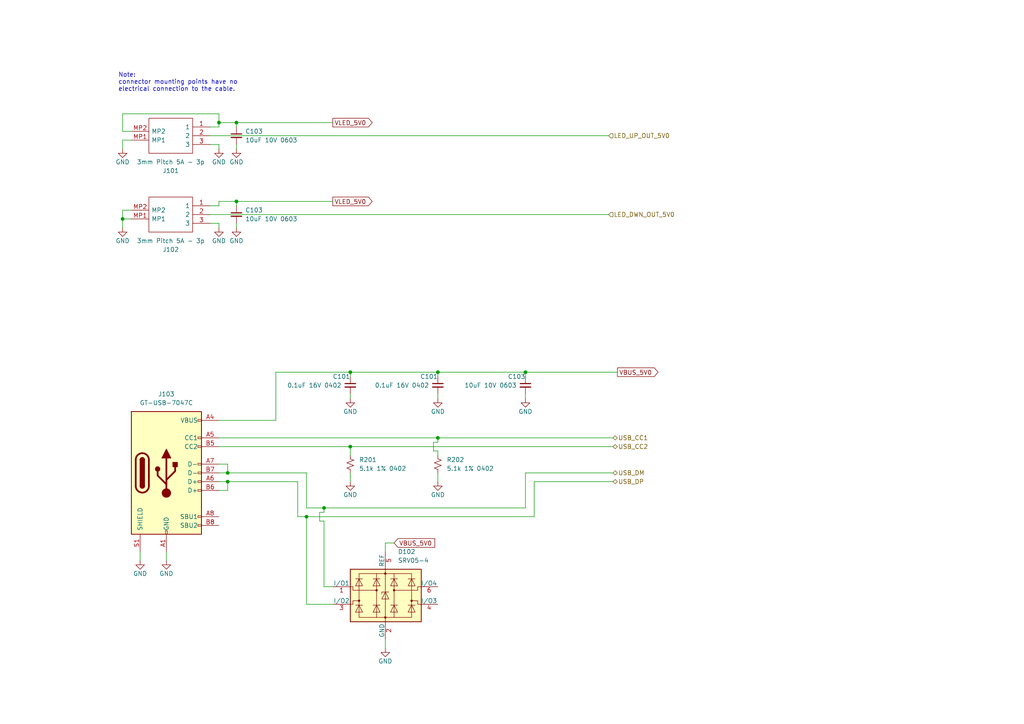
<source format=kicad_sch>
(kicad_sch (version 20230121) (generator eeschema)
  (paper "A4")
  (lib_symbols
    (symbol "Device:C_Small" (pin_numbers hide) (pin_names (offset 0.254) hide)
      (property "Reference" "C" (at 0.254 1.778 0))
      (property "Value" "C_Small" (at 0.254 -2.032 0))
      (symbol "C_Small_0_1"
        (polyline (pts (xy -1.524 -0.508) (xy 1.524 -0.508)) (stroke (width 0.3302)))
        (polyline (pts (xy -1.524 0.508) (xy 1.524 0.508)) (stroke (width 0.3048)))
      )
      (symbol "C_Small_1_1"
        (pin passive line (at 0 2.54 270) (length 2.032) (name "~") (number "1"))
        (pin passive line (at 0 -2.54 90) (length 2.032) (name "~") (number "2"))
      )
    )
    (symbol "Device:R_Small_US" (pin_numbers hide) (pin_names (offset 0.254) hide)
      (property "Reference" "R" (at 0.762 0.508 0))
      (property "Value" "R_Small_US" (at 0.762 -1.016 0))
      (symbol "R_Small_US_1_1"
        (polyline (pts (xy 0 0) (xy 1.016 -0.381) (xy 0 -0.762) (xy -1.016 -1.143) (xy 0 -1.524)))
        (polyline (pts (xy 0 1.524) (xy 1.016 1.143) (xy 0 0.762) (xy -1.016 0.381) (xy 0 0)))
        (pin passive line (at 0 2.54 270) (length 1.016) (name "~") (number "1"))
        (pin passive line (at 0 -2.54 90) (length 1.016) (name "~") (number "2"))
      )
    )
    (symbol "RK_Connector_Terminals:3mm Pitch 5A - 3p" (pin_names (offset 0.762))
      (property "Reference" "J" (at 19.05 7.62 0))
      (property "Value" "3mm Pitch 5A - 3p" (at 19.05 5.08 0))
      (symbol "3mm Pitch 5A - 3p_0_0"
        (pin passive line (at 22.86 -5.08 180) (length 5.08) (name "1") (number "1"))
        (pin passive line (at 22.86 -2.54 180) (length 5.08) (name "2") (number "2"))
        (pin passive line (at 22.86 0 180) (length 5.08) (name "3") (number "3"))
        (pin passive line (at 0 -1.27 0) (length 5.08) (name "MP1") (number "MP1"))
        (pin passive line (at 0 -3.81 0) (length 5.08) (name "MP2") (number "MP2"))
      )
      (symbol "3mm Pitch 5A - 3p_0_1"
        (polyline (pts (xy 5.08 2.54) (xy 17.78 2.54) (xy 17.78 -7.62) (xy 5.08 -7.62) (xy 5.08 2.54)) (stroke (width 0.1524)))
      )
    )
    (symbol "RK_Connector_USB:GT-USB-7047C" (pin_names (offset 1.016))
      (property "Reference" "J" (at -10.16 19.05 0))
      (property "Value" "GT-USB-7047C" (at 19.05 19.05 0))
      (symbol "GT-USB-7047C_0_0"
        (rectangle (start -0.254 -17.78) (end 0.254 -16.764))
        (rectangle (start 10.16 -14.986) (end 9.144 -15.494))
        (rectangle (start 10.16 -12.446) (end 9.144 -12.954))
        (rectangle (start 10.16 -4.826) (end 9.144 -5.334))
        (rectangle (start 10.16 -2.286) (end 9.144 -2.794))
        (rectangle (start 10.16 0.254) (end 9.144 -0.254))
        (rectangle (start 10.16 2.794) (end 9.144 2.286))
        (rectangle (start 10.16 7.874) (end 9.144 7.366))
        (rectangle (start 10.16 10.414) (end 9.144 9.906))
        (rectangle (start 10.16 15.494) (end 9.144 14.986))
      )
      (symbol "GT-USB-7047C_0_1"
        (rectangle (start -10.16 17.78) (end 10.16 -17.78) (stroke (width 0.254)) (fill (type background)))
        (arc (start -8.89 -3.81) (mid -6.985 -5.7067) (end -5.08 -3.81) (stroke (width 0.508)))
        (arc (start -7.62 -3.81) (mid -6.985 -4.4423) (end -6.35 -3.81) (stroke (width 0.254)))
        (arc (start -7.62 -3.81) (mid -6.985 -4.4423) (end -6.35 -3.81) (stroke (width 0.254)) (fill (type outline)))
        (rectangle (start -7.62 -3.81) (end -6.35 3.81) (stroke (width 0.254)) (fill (type outline)))
        (arc (start -6.35 3.81) (mid -6.985 4.4423) (end -7.62 3.81) (stroke (width 0.254)))
        (arc (start -6.35 3.81) (mid -6.985 4.4423) (end -7.62 3.81) (stroke (width 0.254)) (fill (type outline)))
        (arc (start -5.08 3.81) (mid -6.985 5.7067) (end -8.89 3.81) (stroke (width 0.508)))
        (circle (center -2.54 1.143) (radius 0.635) (stroke (width 0.254)) (fill (type outline)))
        (circle (center 0 -5.842) (radius 1.27) (fill (type outline)))
        (polyline (pts (xy -8.89 -3.81) (xy -8.89 3.81)) (stroke (width 0.508)))
        (polyline (pts (xy -5.08 3.81) (xy -5.08 -3.81)) (stroke (width 0.508)))
        (polyline (pts (xy 0 -5.842) (xy 0 4.318)) (stroke (width 0.508)))
        (polyline (pts (xy 0 -3.302) (xy -2.54 -0.762) (xy -2.54 0.508)) (stroke (width 0.508)))
        (polyline (pts (xy 0 -2.032) (xy 2.54 0.508) (xy 2.54 1.778)) (stroke (width 0.508)))
        (polyline (pts (xy -1.27 4.318) (xy 0 6.858) (xy 1.27 4.318) (xy -1.27 4.318)) (stroke (width 0.254)) (fill (type outline)))
        (rectangle (start 1.905 1.778) (end 3.175 3.048) (stroke (width 0.254)) (fill (type outline)))
      )
      (symbol "GT-USB-7047C_1_1"
        (pin passive line (at 0 -22.86 90) (length 5.08) (name "GND") (number "A1"))
        (pin passive line (at 0 -22.86 90) (length 5.08) hide (name "GND") (number "A12"))
        (pin passive line (at 15.24 15.24 180) (length 5.08) (name "VBUS") (number "A4"))
        (pin bidirectional line (at 15.24 10.16 180) (length 5.08) (name "CC1") (number "A5"))
        (pin bidirectional line (at 15.24 -2.54 180) (length 5.08) (name "D+") (number "A6"))
        (pin bidirectional line (at 15.24 2.54 180) (length 5.08) (name "D-") (number "A7"))
        (pin bidirectional line (at 15.24 -12.7 180) (length 5.08) (name "SBU1") (number "A8"))
        (pin passive line (at 15.24 15.24 180) (length 5.08) hide (name "VBUS") (number "A9"))
        (pin passive line (at 0 -22.86 90) (length 5.08) hide (name "GND") (number "B1"))
        (pin passive line (at 0 -22.86 90) (length 5.08) hide (name "GND") (number "B12"))
        (pin passive line (at 15.24 15.24 180) (length 5.08) hide (name "VBUS") (number "B4"))
        (pin bidirectional line (at 15.24 7.62 180) (length 5.08) (name "CC2") (number "B5"))
        (pin bidirectional line (at 15.24 -5.08 180) (length 5.08) (name "D+") (number "B6"))
        (pin bidirectional line (at 15.24 0 180) (length 5.08) (name "D-") (number "B7"))
        (pin bidirectional line (at 15.24 -15.24 180) (length 5.08) (name "SBU2") (number "B8"))
        (pin passive line (at 15.24 15.24 180) (length 5.08) hide (name "VBUS") (number "B9"))
        (pin passive line (at -7.62 -22.86 90) (length 5.08) (name "SHIELD") (number "S1"))
      )
    )
    (symbol "RK_Power_Protection:SRV05-4" (pin_names (offset 0))
      (property "Reference" "D" (at 2.794 8.636 0))
      (property "Value" "SRV05-4" (at 8.128 -9.398 0))
      (symbol "SRV05-4_0_1"
        (rectangle (start -10.16 7.62) (end 10.414 -7.62) (stroke (width 0.254)) (fill (type background)))
        (circle (center -7.62 -1.524) (radius 0.254) (fill (type outline)))
        (circle (center -2.54 1.524) (radius 0.254) (fill (type outline)))
        (rectangle (start -2.54 6.35) (end 2.54 -6.35))
        (circle (center 0 -6.35) (radius 0.254) (fill (type outline)))
        (polyline (pts (xy -9.398 -2.54) (xy -10.16 -2.54)))
        (polyline (pts (xy -9.398 -2.54) (xy -9.398 -1.524)))
        (polyline (pts (xy -9.398 1.524) (xy -9.398 2.54)))
        (polyline (pts (xy -9.398 2.54) (xy -10.16 2.54)))
        (polyline (pts (xy -7.62 -1.524) (xy -9.398 -1.524)))
        (polyline (pts (xy -6.604 -2.794) (xy -8.636 -2.794)))
        (polyline (pts (xy -6.604 4.826) (xy -8.636 4.826)))
        (polyline (pts (xy -2.54 1.524) (xy -9.398 1.524)))
        (polyline (pts (xy -1.524 -2.794) (xy -3.556 -2.794)))
        (polyline (pts (xy -1.524 4.826) (xy -3.556 4.826)))
        (polyline (pts (xy 0 -7.62) (xy 0 7.62)))
        (polyline (pts (xy 1.524 -2.794) (xy 3.556 -2.794)))
        (polyline (pts (xy 1.524 4.826) (xy 3.556 4.826)))
        (polyline (pts (xy 2.54 1.524) (xy 9.398 1.524)))
        (polyline (pts (xy 7.62 -1.524) (xy 9.398 -1.524)))
        (polyline (pts (xy 8.636 -2.794) (xy 6.604 -2.794)))
        (polyline (pts (xy 8.636 4.826) (xy 6.604 4.826)))
        (polyline (pts (xy 9.398 -2.54) (xy 9.398 -1.524)))
        (polyline (pts (xy 9.398 1.524) (xy 9.398 2.54)))
        (polyline (pts (xy 9.398 2.54) (xy 10.16 2.54)))
        (polyline (pts (xy 10.16 -2.54) (xy 9.398 -2.54)))
        (polyline (pts (xy 1.016 1.016) (xy -1.016 1.016) (xy -1.016 0.508)))
        (polyline (pts (xy -8.636 -4.826) (xy -6.604 -4.826) (xy -7.62 -2.794) (xy -8.636 -4.826)))
        (polyline (pts (xy -8.636 2.794) (xy -6.604 2.794) (xy -7.62 4.826) (xy -8.636 2.794)))
        (polyline (pts (xy -3.556 -4.826) (xy -1.524 -4.826) (xy -2.54 -2.794) (xy -3.556 -4.826)))
        (polyline (pts (xy -3.556 2.794) (xy -1.524 2.794) (xy -2.54 4.826) (xy -3.556 2.794)))
        (polyline (pts (xy -2.54 6.35) (xy -7.62 6.35) (xy -7.62 -6.35) (xy -2.54 -6.35)))
        (polyline (pts (xy -1.016 -1.016) (xy 1.016 -1.016) (xy 0 1.016) (xy -1.016 -1.016)))
        (polyline (pts (xy 2.54 6.35) (xy 7.62 6.35) (xy 7.62 -6.35) (xy 2.54 -6.35)))
        (polyline (pts (xy 3.556 -4.826) (xy 1.524 -4.826) (xy 2.54 -2.794) (xy 3.556 -4.826)))
        (polyline (pts (xy 3.556 2.794) (xy 1.524 2.794) (xy 2.54 4.826) (xy 3.556 2.794)))
        (polyline (pts (xy 6.604 -4.826) (xy 8.636 -4.826) (xy 7.62 -2.794) (xy 6.604 -4.826)))
        (polyline (pts (xy 6.604 2.794) (xy 8.636 2.794) (xy 7.62 4.826) (xy 6.604 2.794)))
        (circle (center 0 6.35) (radius 0.254) (fill (type outline)))
        (circle (center 2.54 1.524) (radius 0.254) (fill (type outline)))
        (circle (center 7.62 -1.524) (radius 0.254) (fill (type outline)))
      )
      (symbol "SRV05-4_1_1"
        (pin passive line (at -15.24 2.54 0) (length 5.08) (name "I/O1") (number "1"))
        (pin passive line (at 0 -12.7 90) (length 5.08) (name "GND") (number "2"))
        (pin passive line (at -15.24 -2.54 0) (length 5.08) (name "I/O2") (number "3"))
        (pin passive line (at 15.24 -2.54 180) (length 5.08) (name "I/O3") (number "4"))
        (pin passive line (at 0 12.7 270) (length 5.08) (name "REF") (number "5"))
        (pin passive line (at 15.24 2.54 180) (length 5.08) (name "I/O4") (number "6"))
      )
    )
    (symbol "power:GND" (power) (pin_names (offset 0))
      (property "Value" "GND" (at 0 -3.81 0))
      (symbol "GND_0_1"
        (polyline (pts (xy 0 0) (xy 0 -1.27) (xy 1.27 -1.27) (xy 0 -2.54) (xy -1.27 -1.27) (xy 0 -1.27)))
      )
      (symbol "GND_1_1"
        (pin power_in line (at 0 0 270) (length 0) hide (name "GND") (number "1"))
      )
    )
  )
  (junction (at 127 107.95))
  (junction (at 127 127))
  (junction (at 68.58 35.56))
  (junction (at 63.5 35.56))
  (junction (at 68.58 58.42))
  (junction (at 66.04 139.7))
  (junction (at 66.04 137.16))
  (junction (at 101.6 107.95))
  (junction (at 35.56 63.5))
  (junction (at 152.4 107.95))
  (junction (at 88.9 149.86))
  (junction (at 101.6 129.54))
  (junction (at 93.98 147.32))
  (wire (pts (xy 152.4 137.16) (xy 177.8 137.16)))
  (wire (pts (xy 111.76 185.42) (xy 111.76 187.96)))
  (wire (pts (xy 68.58 58.42) (xy 68.58 59.69)))
  (wire (pts (xy 88.9 149.86) (xy 88.9 175.26)))
  (wire (pts (xy 35.56 60.96) (xy 35.56 63.5)))
  (wire (pts (xy 63.5 64.77) (xy 63.5 66.04)))
  (wire (pts (xy 66.04 139.7) (xy 86.36 139.7)))
  (wire (pts (xy 60.96 64.77) (xy 63.5 64.77)))
  (wire (pts (xy 63.5 127) (xy 127 127)))
  (wire (pts (xy 88.9 137.16) (xy 88.9 147.32)))
  (wire (pts (xy 93.98 151.13) (xy 93.98 170.18)))
  (wire (pts (xy 66.04 134.62) (xy 63.5 134.62)))
  (wire (pts (xy 125.73 130.81) (xy 127 130.81)))
  (wire (pts (xy 88.9 175.26) (xy 96.52 175.26)))
  (wire (pts (xy 101.6 114.3) (xy 101.6 115.57)))
  (wire (pts (xy 88.9 149.86) (xy 154.94 149.86)))
  (wire (pts (xy 80.01 121.92) (xy 80.01 107.95)))
  (wire (pts (xy 80.01 107.95) (xy 101.6 107.95)))
  (wire (pts (xy 35.56 33.02) (xy 63.5 33.02)))
  (wire (pts (xy 101.6 137.16) (xy 101.6 139.7)))
  (wire (pts (xy 154.94 139.7) (xy 177.8 139.7)))
  (wire (pts (xy 127 127) (xy 177.8 127)))
  (wire (pts (xy 152.4 107.95) (xy 152.4 109.22)))
  (wire (pts (xy 92.71 148.59) (xy 92.71 151.13)))
  (wire (pts (xy 63.5 121.92) (xy 80.01 121.92)))
  (wire (pts (xy 60.96 62.23) (xy 176.53 62.23)))
  (wire (pts (xy 93.98 147.32) (xy 93.98 148.59)))
  (wire (pts (xy 63.5 59.69) (xy 63.5 58.42)))
  (wire (pts (xy 38.1 40.64) (xy 35.56 40.64)))
  (wire (pts (xy 63.5 41.91) (xy 63.5 43.18)))
  (wire (pts (xy 127 107.95) (xy 152.4 107.95)))
  (wire (pts (xy 35.56 63.5) (xy 35.56 66.04)))
  (wire (pts (xy 40.64 160.02) (xy 40.64 162.56)))
  (wire (pts (xy 60.96 39.37) (xy 176.53 39.37)))
  (wire (pts (xy 111.76 157.48) (xy 111.76 160.02)))
  (wire (pts (xy 35.56 40.64) (xy 35.56 43.18)))
  (wire (pts (xy 93.98 147.32) (xy 152.4 147.32)))
  (wire (pts (xy 35.56 63.5) (xy 38.1 63.5)))
  (wire (pts (xy 93.98 170.18) (xy 96.52 170.18)))
  (wire (pts (xy 152.4 107.95) (xy 179.07 107.95)))
  (wire (pts (xy 152.4 137.16) (xy 152.4 147.32)))
  (wire (pts (xy 125.73 128.27) (xy 125.73 130.81)))
  (wire (pts (xy 101.6 109.22) (xy 101.6 107.95)))
  (wire (pts (xy 111.76 157.48) (xy 114.3 157.48)))
  (wire (pts (xy 127 127) (xy 127 128.27)))
  (wire (pts (xy 101.6 129.54) (xy 101.6 132.08)))
  (wire (pts (xy 66.04 139.7) (xy 66.04 142.24)))
  (wire (pts (xy 63.5 137.16) (xy 66.04 137.16)))
  (wire (pts (xy 86.36 149.86) (xy 88.9 149.86)))
  (wire (pts (xy 60.96 41.91) (xy 63.5 41.91)))
  (wire (pts (xy 127 114.3) (xy 127 115.57)))
  (wire (pts (xy 35.56 60.96) (xy 38.1 60.96)))
  (wire (pts (xy 66.04 137.16) (xy 66.04 134.62)))
  (wire (pts (xy 86.36 139.7) (xy 86.36 149.86)))
  (wire (pts (xy 35.56 38.1) (xy 38.1 38.1)))
  (wire (pts (xy 125.73 128.27) (xy 127 128.27)))
  (wire (pts (xy 63.5 36.83) (xy 63.5 35.56)))
  (wire (pts (xy 63.5 129.54) (xy 101.6 129.54)))
  (wire (pts (xy 92.71 151.13) (xy 93.98 151.13)))
  (wire (pts (xy 60.96 59.69) (xy 63.5 59.69)))
  (wire (pts (xy 48.26 160.02) (xy 48.26 162.56)))
  (wire (pts (xy 68.58 64.77) (xy 68.58 66.04)))
  (wire (pts (xy 127 137.16) (xy 127 139.7)))
  (wire (pts (xy 152.4 114.3) (xy 152.4 115.57)))
  (wire (pts (xy 68.58 41.91) (xy 68.58 43.18)))
  (wire (pts (xy 35.56 33.02) (xy 35.56 38.1)))
  (wire (pts (xy 127 130.81) (xy 127 132.08)))
  (wire (pts (xy 63.5 33.02) (xy 63.5 35.56)))
  (wire (pts (xy 154.94 139.7) (xy 154.94 149.86)))
  (wire (pts (xy 60.96 36.83) (xy 63.5 36.83)))
  (wire (pts (xy 127 107.95) (xy 127 109.22)))
  (wire (pts (xy 88.9 147.32) (xy 93.98 147.32)))
  (wire (pts (xy 63.5 35.56) (xy 68.58 35.56)))
  (wire (pts (xy 66.04 137.16) (xy 88.9 137.16)))
  (wire (pts (xy 68.58 35.56) (xy 68.58 36.83)))
  (wire (pts (xy 92.71 148.59) (xy 93.98 148.59)))
  (wire (pts (xy 63.5 139.7) (xy 66.04 139.7)))
  (wire (pts (xy 63.5 58.42) (xy 68.58 58.42)))
  (wire (pts (xy 101.6 129.54) (xy 177.8 129.54)))
  (wire (pts (xy 68.58 35.56) (xy 96.52 35.56)))
  (wire (pts (xy 66.04 142.24) (xy 63.5 142.24)))
  (wire (pts (xy 101.6 107.95) (xy 127 107.95)))
  (wire (pts (xy 68.58 58.42) (xy 96.52 58.42)))
  (text "Note:\nconnector mounting points have no\nelectrical connection to the cable." (at 34.29 26.67 0) (effects (font (size 1.27 1.27)) (justify left bottom)))
  (global_label "VBUS_5V0" (shape input) (at 114.3 157.48 0) (property "Intersheetrefs" "${INTERSHEET_REFS}" (effects hide)))
  (global_label "VLED_5V0" (shape output) (at 96.52 35.56 0) (property "Intersheetrefs" "${INTERSHEET_REFS}" (effects hide)))
  (global_label "VBUS_5V0" (shape output) (at 179.07 107.95 0) (property "Intersheetrefs" "${INTERSHEET_REFS}" (effects hide)))
  (global_label "VLED_5V0" (shape output) (at 96.52 58.42 0) (property "Intersheetrefs" "${INTERSHEET_REFS}" (effects hide)))
  (hierarchical_label "USB_DP" (shape bidirectional) (at 177.8 139.7 0))
  (hierarchical_label "LED_DWN_OUT_5V0" (shape input) (at 176.53 62.23 0))
  (hierarchical_label "USB_CC1" (shape bidirectional) (at 177.8 127 0))
  (hierarchical_label "LED_UP_OUT_5V0" (shape input) (at 176.53 39.37 0))
  (hierarchical_label "USB_DM" (shape bidirectional) (at 177.8 137.16 0))
  (hierarchical_label "USB_CC2" (shape bidirectional) (at 177.8 129.54 0))
  (symbol (lib_id "Device:R_Small_US") (at 127 134.62 0) (unit 1)
    (property "Reference" "R202" (at 129.54 133.35 0) (effects (justify left)))
    (property "Value" "5.1k 1% 0402" (at 129.54 135.89 0) (effects (justify left)))
    (property "Footprint" "Resistor_SMD:R_0402_1005Metric" (effects hide))
    (property "JLC_Cost" "0.0005" (effects hide))
    (property "JLC_Manufacturer" "UNI-ROYAL(Uniroyal Elec)" (effects hide))
    (property "JLC_PN" "C25905" (effects hide))
    (property "JLC_Type" "Basic" (effects hide))
    (property "JLC_MPN" "0402WGF5101TCE" (effects hide))
  )
  (symbol (lib_id "power:GND") (at 127 115.57 0) (unit 1)
    (property "Reference" "#PWR0111" (effects hide))
    (property "Value" "GND" (at 127 119.38 0))
    (instances (project "Sleigh_Controller_Ornament_2023" (path "" (reference "#PWR0111") (unit 1)) (path "" (reference "#PWR0214") (unit 1))))
  )
  (symbol (lib_id "Device:C_Small") (at 127 111.76 0) (mirror y) (unit 1)
    (property "Reference" "C101" (at 127 109.22 0) (effects (justify left)))
    (property "Value" "0.1uF 16V 0402" (at 124.46 111.76 0) (effects (justify left)))
    (property "Footprint" "Capacitor_SMD:C_0402_1005Metric" (effects hide))
    (property "JLC_Cost" "0.0009" (effects hide))
    (property "JLC_Manufacturer" "Samsung Electro-Mechanics" (effects hide))
    (property "JLC_PN" "C1525" (effects hide))
    (property "JLC_Type" "Basic" (effects hide))
    (property "JLC_MPN" "CL05B104KO5NNNC" (effects hide))
    (instances (project "Sleigh_Controller_Ornament_2023" (path "" (reference "C101") (unit 1)) (path "" (reference "C206") (unit 1))))
  )
  (symbol (lib_id "power:GND") (at 152.4 115.57 0) (unit 1)
    (property "Reference" "#PWR0111" (effects hide))
    (property "Value" "GND" (at 152.4 119.38 0))
    (instances (project "Sleigh_Controller_Ornament_2023" (path "" (reference "#PWR0111") (unit 1)) (path "" (reference "#PWR0216") (unit 1))))
  )
  (symbol (lib_id "power:GND") (at 111.76 187.96 0) (unit 1)
    (property "Reference" "#PWR0114" (effects hide))
    (property "Value" "GND" (at 111.76 191.77 0))
    (instances (project "Sleigh_Controller_Ornament_2023" (path "" (reference "#PWR0114") (unit 1)) (path "" (reference "#PWR0213") (unit 1))))
  )
  (symbol (lib_id "power:GND") (at 35.56 43.18 0) (unit 1)
    (property "Reference" "#PWR0101" (effects hide))
    (property "Value" "GND" (at 35.56 46.99 0))
    (instances (project "Sleigh_Controller_Ornament_2023" (path "" (reference "#PWR0101") (unit 1)) (path "" (reference "#PWR0201") (unit 1))))
  )
  (symbol (lib_id "RK_Power_Protection:SRV05-4") (at 111.76 172.72 0) (unit 1)
    (property "Reference" "D102" (at 115.3861 160.02 0) (effects (justify left)))
    (property "Value" "SRV05-4" (at 115.3861 162.56 0) (effects (justify left)))
    (property "Footprint" "Package_TO_SOT_SMD:SOT-23-6" (effects hide))
    (property "Datasheet" "http://www.protekdevices.com/xyz/documents/datasheets/srv05_4.pdf" (effects hide))
    (property "JLC_Cost" "0.0476" (effects hide))
    (property "JLC_Manufacturer" "hongjiacheng" (effects hide))
    (property "JLC_PN" "C7420376" (effects hide))
    (property "JLC_Type" "Basic" (effects hide))
    (property "JLC_MPN" "SRV05-4" (effects hide))
    (instances (project "Sleigh_Controller_Ornament_2023" (path "" (reference "D102") (unit 1)) (path "" (reference "D201") (unit 1))))
  )
  (symbol (lib_id "Device:C_Small") (at 101.6 111.76 0) (mirror y) (unit 1)
    (property "Reference" "C101" (at 101.6 109.22 0) (effects (justify left)))
    (property "Value" "0.1uF 16V 0402" (at 99.06 111.76 0) (effects (justify left)))
    (property "Footprint" "Capacitor_SMD:C_0402_1005Metric" (effects hide))
    (property "JLC_Cost" "0.0009" (effects hide))
    (property "JLC_Manufacturer" "Samsung Electro-Mechanics" (effects hide))
    (property "JLC_PN" "C1525" (effects hide))
    (property "JLC_Type" "Basic" (effects hide))
    (property "JLC_MPN" "CL05B104KO5NNNC" (effects hide))
    (instances (project "Sleigh_Controller_Ornament_2023" (path "" (reference "C101") (unit 1)) (path "" (reference "C205") (unit 1))))
  )
  (symbol (lib_id "RK_Connector_Terminals:3mm Pitch 5A - 3p") (at 38.1 41.91 0) (mirror x) (unit 1)
    (property "Reference" "J101" (at 49.53 49.53 0))
    (property "Value" "3mm Pitch 5A - 3p" (at 49.53 46.99 0))
    (property "Footprint" "RK_Connector_Terminals:20290303" (effects hide))
    (property "Datasheet" "https://www.te.com/commerce/DocumentDelivery/DDEController?Action=showdoc&DocId=Customer+Drawing%7F2029030%7FA5%7Fpdf%7FEnglish%7FENG_CD_2029030_A5.pdf%7F2029030-3" (effects hide))
    (property "Description" "3P MICRO MNL HDR ASY SR SIDE L" (effects hide))
    (property "Height" "4.37" (effects hide))
    (property "Mouser Part Number" "571-2029030-3" (effects hide))
    (property "Mouser Price/Stock" "https://www.mouser.co.uk/ProductDetail/TE-Connectivity-AMP/2029030-3?qs=oCkjK9vZCdeWWD4wdpn2qQ%3D%3D" (effects hide))
    (property "Manufacturer_Name" "TE Connectivity" (effects hide))
    (property "Manufacturer_Part_Number" "2029030-3" (effects hide))
    (property "JLC_Cost" "0.38" (effects hide))
    (property "JLC_Manufacturer" "XKB Connectivity" (effects hide))
    (property "JLC_PN" "C405941" (effects hide))
    (property "JLC_Type" "Extended" (effects hide))
    (instances (project "Sleigh_Controller_Ornament_2023" (path "" (reference "J101") (unit 1)) (path "" (reference "J201") (unit 1))))
  )
  (symbol (lib_id "power:GND") (at 63.5 66.04 0) (unit 1)
    (property "Reference" "#PWR0104" (effects hide))
    (property "Value" "GND" (at 63.5 69.85 0))
    (instances (project "Sleigh_Controller_Ornament_2023" (path "" (reference "#PWR0104") (unit 1)) (path "" (reference "#PWR0206") (unit 1))))
  )
  (symbol (lib_id "power:GND") (at 63.5 43.18 0) (unit 1)
    (property "Reference" "#PWR0103" (effects hide))
    (property "Value" "GND" (at 63.5 46.99 0))
    (instances (project "Sleigh_Controller_Ornament_2023" (path "" (reference "#PWR0103") (unit 1)) (path "" (reference "#PWR0205") (unit 1))))
  )
  (symbol (lib_id "power:GND") (at 101.6 139.7 0) (unit 1)
    (property "Reference" "#PWR0110" (effects hide))
    (property "Value" "GND" (at 101.6 143.51 0))
    (instances (project "Sleigh_Controller_Ornament_2023" (path "" (reference "#PWR0110") (unit 1)) (path "" (reference "#PWR0212") (unit 1))))
  )
  (symbol (lib_id "power:GND") (at 40.64 162.56 0) (unit 1)
    (property "Reference" "#PWR0108" (effects hide))
    (property "Value" "GND" (at 40.64 166.37 0))
    (instances (project "Sleigh_Controller_Ornament_2023" (path "" (reference "#PWR0108") (unit 1)) (path "" (reference "#PWR0203") (unit 1))))
  )
  (symbol (lib_id "RK_Connector_USB:GT-USB-7047C") (at 48.26 137.16 0) (unit 1)
    (property "Reference" "J103" (at 48.26 114.3 0))
    (property "Value" "GT-USB-7047C" (at 48.26 116.84 0))
    (property "Footprint" "RK_Connector_USB:GT-USB-7047C" (effects hide))
    (property "Datasheet" "https://datasheet.lcsc.com/lcsc/2303032030_G-Switch-GT-USB-7047C_C963218.pdf" (effects hide))
    (property "JLC_Cost" "0.1999" (effects hide))
    (property "JLC_Manufacturer" "G-Switch" (effects hide))
    (property "JLC_PN" "C963218" (effects hide))
    (property "JLC_Type" "Extended" (effects hide))
    (property "JLC_MPN" "GT-USB-7047C" (effects hide))
    (instances (project "Sleigh_Controller_Ornament_2023" (path "" (reference "J103") (unit 1)) (path "" (reference "J203") (unit 1))))
  )
  (symbol (lib_id "power:GND") (at 48.26 162.56 0) (unit 1)
    (property "Reference" "#PWR0107" (effects hide))
    (property "Value" "GND" (at 48.26 166.37 0))
    (instances (project "Sleigh_Controller_Ornament_2023" (path "" (reference "#PWR0107") (unit 1)) (path "" (reference "#PWR0204") (unit 1))))
  )
  (symbol (lib_id "Device:C_Small") (at 68.58 39.37 0) (unit 1)
    (property "Reference" "C103" (at 71.12 38.1 0) (effects (justify left)))
    (property "Value" "10uF 10V 0603" (at 71.12 40.64 0) (effects (justify left)))
    (property "Footprint" "Capacitor_SMD:C_0603_1608Metric" (effects hide))
    (property "JLC_Cost" "0.005" (effects hide))
    (property "JLC_Manufacturer" "Samsung Electro-Mechanics" (effects hide))
    (property "JLC_PN" "C19702" (effects hide))
    (property "JLC_Type" "Basic" (effects hide))
    (property "JLC_MPN" "CL10A106KP8NNNC" (effects hide))
    (instances (project "Sleigh_Controller_Ornament_2023" (path "" (reference "C103") (unit 1)) (path "" (reference "C601") (unit 1)) (path "" (reference "C201") (unit 1))))
  )
  (symbol (lib_id "Device:R_Small_US") (at 101.6 134.62 0) (unit 1)
    (property "Reference" "R201" (at 104.14 133.35 0) (effects (justify left)))
    (property "Value" "5.1k 1% 0402" (at 104.14 135.89 0) (effects (justify left)))
    (property "Footprint" "Resistor_SMD:R_0402_1005Metric" (effects hide))
    (property "JLC_Cost" "0.0005" (effects hide))
    (property "JLC_Manufacturer" "UNI-ROYAL(Uniroyal Elec)" (effects hide))
    (property "JLC_PN" "C25905" (effects hide))
    (property "JLC_Type" "Basic" (effects hide))
    (property "JLC_MPN" "0402WGF5101TCE" (effects hide))
  )
  (symbol (lib_id "power:GND") (at 68.58 43.18 0) (unit 1)
    (property "Reference" "#PWR0104" (effects hide))
    (property "Value" "GND" (at 68.58 46.99 0))
    (instances (project "Sleigh_Controller_Ornament_2023" (path "" (reference "#PWR0104") (unit 1)) (path "" (reference "#PWR0207") (unit 1))))
  )
  (symbol (lib_id "power:GND") (at 127 139.7 0) (unit 1)
    (property "Reference" "#PWR0110" (effects hide))
    (property "Value" "GND" (at 127 143.51 0))
    (instances (project "Sleigh_Controller_Ornament_2023" (path "" (reference "#PWR0110") (unit 1)) (path "" (reference "#PWR0215") (unit 1))))
  )
  (symbol (lib_id "Device:C_Small") (at 152.4 111.76 0) (mirror y) (unit 1)
    (property "Reference" "C103" (at 152.4 109.22 0) (effects (justify left)))
    (property "Value" "10uF 10V 0603" (at 149.86 111.76 0) (effects (justify left)))
    (property "Footprint" "Capacitor_SMD:C_0603_1608Metric" (effects hide))
    (property "JLC_Cost" "0.005" (effects hide))
    (property "JLC_Manufacturer" "Samsung Electro-Mechanics" (effects hide))
    (property "JLC_PN" "C19702" (effects hide))
    (property "JLC_Type" "Basic" (effects hide))
    (property "JLC_MPN" "CL10A106KP8NNNC" (effects hide))
    (instances (project "Sleigh_Controller_Ornament_2023" (path "" (reference "C103") (unit 1)) (path "" (reference "C601") (unit 1)) (path "" (reference "C207") (unit 1))))
  )
  (symbol (lib_id "Device:C_Small") (at 68.58 62.23 0) (unit 1)
    (property "Reference" "C103" (at 71.12 60.96 0) (effects (justify left)))
    (property "Value" "10uF 10V 0603" (at 71.12 63.5 0) (effects (justify left)))
    (property "Footprint" "Capacitor_SMD:C_0603_1608Metric" (effects hide))
    (property "JLC_Cost" "0.005" (effects hide))
    (property "JLC_Manufacturer" "Samsung Electro-Mechanics" (effects hide))
    (property "JLC_PN" "C19702" (effects hide))
    (property "JLC_Type" "Basic" (effects hide))
    (property "JLC_MPN" "CL10A106KP8NNNC" (effects hide))
    (instances (project "Sleigh_Controller_Ornament_2023" (path "" (reference "C103") (unit 1)) (path "" (reference "C601") (unit 1)) (path "" (reference "C202") (unit 1))))
  )
  (symbol (lib_id "power:GND") (at 35.56 66.04 0) (unit 1)
    (property "Reference" "#PWR0102" (effects hide))
    (property "Value" "GND" (at 35.56 69.85 0))
    (instances (project "Sleigh_Controller_Ornament_2023" (path "" (reference "#PWR0102") (unit 1)) (path "" (reference "#PWR0202") (unit 1))))
  )
  (symbol (lib_id "power:GND") (at 101.6 115.57 0) (unit 1)
    (property "Reference" "#PWR0110" (effects hide))
    (property "Value" "GND" (at 101.6 119.38 0))
    (instances (project "Sleigh_Controller_Ornament_2023" (path "" (reference "#PWR0110") (unit 1)) (path "" (reference "#PWR0211") (unit 1))))
  )
  (symbol (lib_id "RK_Connector_Terminals:3mm Pitch 5A - 3p") (at 38.1 64.77 0) (mirror x) (unit 1)
    (property "Reference" "J102" (at 49.53 72.39 0))
    (property "Value" "3mm Pitch 5A - 3p" (at 49.53 69.85 0))
    (property "Footprint" "RK_Connector_Terminals:20290303" (effects hide))
    (property "Datasheet" "https://www.te.com/commerce/DocumentDelivery/DDEController?Action=showdoc&DocId=Customer+Drawing%7F2029030%7FA5%7Fpdf%7FEnglish%7FENG_CD_2029030_A5.pdf%7F2029030-3" (effects hide))
    (property "Description" "3P MICRO MNL HDR ASY SR SIDE L" (effects hide))
    (property "Height" "4.37" (effects hide))
    (property "Mouser Part Number" "571-2029030-3" (effects hide))
    (property "Mouser Price/Stock" "https://www.mouser.co.uk/ProductDetail/TE-Connectivity-AMP/2029030-3?qs=oCkjK9vZCdeWWD4wdpn2qQ%3D%3D" (effects hide))
    (property "Manufacturer_Name" "TE Connectivity" (effects hide))
    (property "Manufacturer_Part_Number" "2029030-3" (effects hide))
    (property "JLC_Cost" "0.38" (effects hide))
    (property "JLC_Manufacturer" "XKB Connectivity" (effects hide))
    (property "JLC_PN" "C405941" (effects hide))
    (property "JLC_Type" "Extended" (effects hide))
    (instances (project "Sleigh_Controller_Ornament_2023" (path "" (reference "J102") (unit 1)) (path "" (reference "J202") (unit 1))))
  )
  (symbol (lib_id "power:GND") (at 68.58 66.04 0) (unit 1)
    (property "Reference" "#PWR0104" (effects hide))
    (property "Value" "GND" (at 68.58 69.85 0))
    (instances (project "Sleigh_Controller_Ornament_2023" (path "" (reference "#PWR0104") (unit 1)) (path "" (reference "#PWR0208") (unit 1))))
  )
)
</source>
